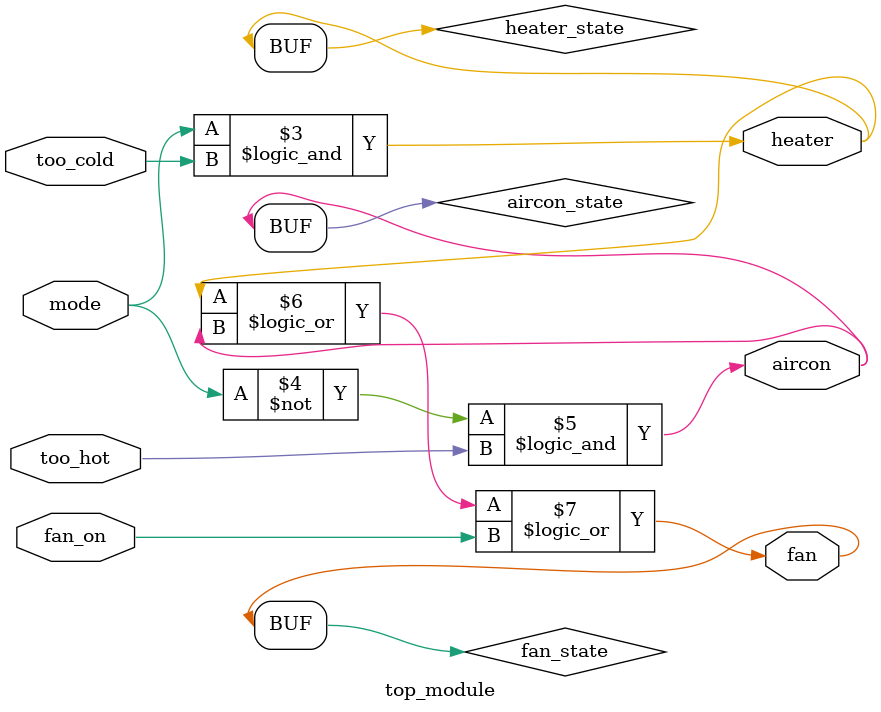
<source format=sv>
module top_module(
	input mode,
	input too_cold, 
	input too_hot,
	input fan_on,
	output heater,
	output aircon,
	output fan
);

// Variables to store the state of the heating/cooling system
reg heater_state;
reg aircon_state;
reg fan_state;

// Combinational logic to determine the state of the heater, aircon, and fan
always @* begin
	heater_state = (mode == 1) && too_cold;
	aircon_state = (mode == 0) && too_hot;
	fan_state = heater_state || aircon_state || fan_on;
end

// Assign the output signals based on the state
assign heater = heater_state;
assign aircon = aircon_state;
assign fan = fan_state;

endmodule

</source>
